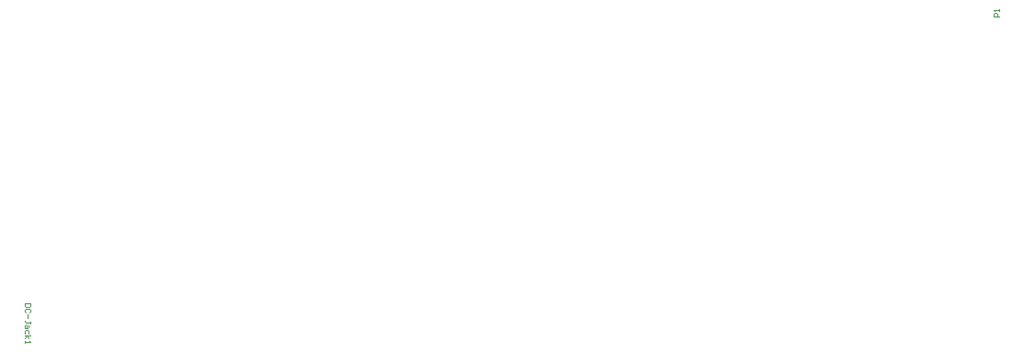
<source format=gbr>
G04*
G04 #@! TF.GenerationSoftware,Altium Limited,Altium Designer,24.2.2 (26)*
G04*
G04 Layer_Color=32768*
%FSLAX44Y44*%
%MOMM*%
G71*
G04*
G04 #@! TF.SameCoordinates,251A4116-46B9-4EB5-9C36-AF9AACF17162*
G04*
G04*
G04 #@! TF.FilePolarity,Positive*
G04*
G01*
G75*
%ADD16C,0.1200*%
D16*
X55359Y157767D02*
X50361D01*
Y155268D01*
X51194Y154435D01*
X54526D01*
X55359Y155268D01*
Y157767D01*
X54526Y149437D02*
X55359Y150270D01*
Y151936D01*
X54526Y152769D01*
X51194D01*
X50361Y151936D01*
Y150270D01*
X51194Y149437D01*
X52860Y147771D02*
Y144438D01*
X55359Y139440D02*
Y141106D01*
Y140273D01*
X51194D01*
X50361Y141106D01*
Y141939D01*
X51194Y142772D01*
X53693Y136941D02*
Y135275D01*
X52860Y134442D01*
X50361D01*
Y136941D01*
X51194Y137774D01*
X52027Y136941D01*
Y134442D01*
X53693Y129443D02*
Y131942D01*
X52860Y132775D01*
X51194D01*
X50361Y131942D01*
Y129443D01*
Y127777D02*
X55359D01*
X52027D02*
X53693Y125278D01*
X52027Y127777D02*
X50361Y125278D01*
Y122779D02*
Y121113D01*
Y121946D01*
X55359D01*
X54526Y122779D01*
X947379Y422118D02*
X942381D01*
Y424617D01*
X943214Y425450D01*
X944880D01*
X945713Y424617D01*
Y422118D01*
X947379Y427116D02*
Y428782D01*
Y427949D01*
X942381D01*
X943214Y427116D01*
M02*

</source>
